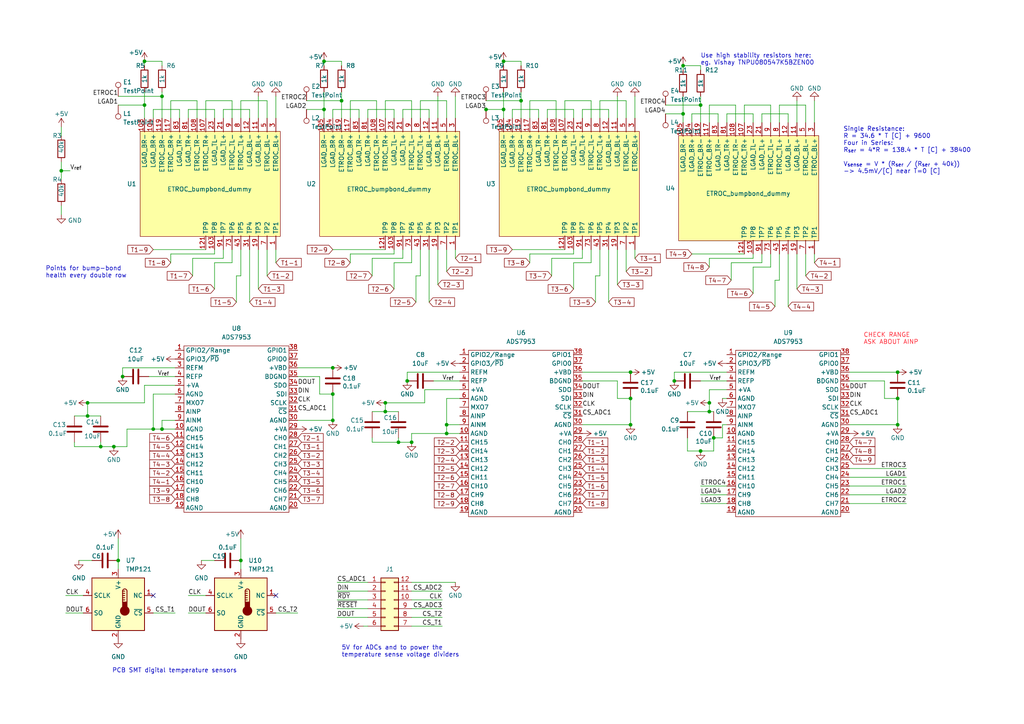
<source format=kicad_sch>
(kicad_sch (version 20250114) (generator "eeschema") (generator_version "9.0")
  (paper "A4")
  (text "Points for bump-bond \nhealth every double row" (at 13.208 80.772 0) (effects (font (size 1.27 1.27)) (justify left bottom)))
  (text "Single Resistance:\nR = 34.6 * T [C] + 9600\nFour in Series:\nR_{ser} = 4*R = 138.4 * T [C] + 38400\n\nV_{sense} = V * (R_{ser} / (R_{ser} + 40k))\n-> 4.5mV/[C] near T=0 [C]" (at 244.602 50.546 0) (effects (font (size 1.27 1.27)) (justify left bottom)))
  (text "5V for ADCs and to power the \ntemperature sense voltage dividers" (at 99.06 190.754 0) (effects (font (size 1.27 1.27)) (justify left bottom)))
  (text "CHECK RANGE\nASK ABOUT AINP\n" (at 250.444 100.076 0) (effects (font (size 1.27 1.27)) (justify left bottom)))
  (text "Use high stability resistors here:\neg. Vishay TNPU080547K5BZEN00" (at 203.2 19.05 0) (effects (font (size 1.27 1.27)) (justify left bottom)))
  (text "PCB SMT digital temperature sensors" (at 32.512 195.326 0) (effects (font (size 1.27 1.27)) (justify left bottom)))
  (junction (at 195.58 110.49))
  (junction (at 198.12 33.02))
  (junction (at 46.99 27.94))
  (junction (at 205.74 119.38))
  (junction (at 111.76 119.38))
  (junction (at 35.56 109.22))
  (junction (at 203.2 30.48))
  (junction (at 182.88 123.19))
  (junction (at 17.78 49.53))
  (junction (at 140.9747 31.75))
  (junction (at 129.54 125.73))
  (junction (at 41.91 17.78))
  (junction (at 115.57 128.27))
  (junction (at 46.99 124.46))
  (junction (at 96.52 106.68))
  (junction (at 203.2 130.81))
  (junction (at 96.52 114.3))
  (junction (at 118.11 110.49))
  (junction (at 129.54 123.19))
  (junction (at 260.35 115.57))
  (junction (at 25.4 120.65))
  (junction (at 25.4 116.84))
  (junction (at 146.05 31.75))
  (junction (at 34.29 162.56))
  (junction (at 207.01 127))
  (junction (at 119.38 128.27))
  (junction (at 93.98 17.78))
  (junction (at 146.05 17.78))
  (junction (at 41.91 30.48))
  (junction (at 260.35 107.95))
  (junction (at 93.98 31.75))
  (junction (at 96.52 121.92))
  (junction (at 44.45 124.46))
  (junction (at 69.85 162.56))
  (junction (at 182.88 107.95))
  (junction (at 151.13 29.21))
  (junction (at 33.02 129.54))
  (junction (at 205.74 116.84))
  (junction (at 29.21 129.54))
  (junction (at 99.06 29.21))
  (junction (at 260.35 123.19))
  (junction (at 198.12 19.05))
  (junction (at 111.76 116.84))
  (junction (at 182.88 115.57))
  (no_connect (at 44.45 172.72))
  (no_connect (at 80.01 172.72))
  (wire (pts (xy 111.76 119.38) (xy 115.57 119.38)))
  (wire (pts (xy 198.12 33.02) (xy 198.12 35.56)))
  (wire (pts (xy 224.79 81.28) (xy 226.06 81.28)))
  (wire (pts (xy 153.67 73.66) (xy 153.67 76.2)))
  (wire (pts (xy 64.77 31.75) (xy 72.39 31.75)))
  (wire (pts (xy 17.78 36.83) (xy 17.78 39.37)))
  (wire (pts (xy 119.38 125.73) (xy 119.38 128.27)))
  (wire (pts (xy 88.9 31.75) (xy 93.98 31.75)))
  (wire (pts (xy 256.54 115.57) (xy 260.35 115.57)))
  (wire (pts (xy 116.84 74.93) (xy 116.84 72.39)))
  (wire (pts (xy 59.69 34.29) (xy 59.69 29.21)))
  (wire (pts (xy 121.92 29.21) (xy 129.54 29.21)))
  (wire (pts (xy 223.52 77.47) (xy 223.52 73.66)))
  (wire (pts (xy 203.2 19.05) (xy 203.2 20.32)))
  (wire (pts (xy 233.68 30.48) (xy 233.68 35.56)))
  (wire (pts (xy 52.07 31.75) (xy 52.07 34.29)))
  (wire (pts (xy 74.93 83.82) (xy 74.93 72.39)))
  (wire (pts (xy 181.61 78.74) (xy 181.61 72.39)))
  (wire (pts (xy 17.78 59.69) (xy 17.78 62.23)))
  (wire (pts (xy 107.95 74.93) (xy 116.84 74.93)))
  (wire (pts (xy 133.35 123.19) (xy 129.54 123.19)))
  (wire (pts (xy 62.23 31.75) (xy 62.23 34.29)))
  (wire (pts (xy 92.71 114.3) (xy 96.52 114.3)))
  (wire (pts (xy 132.08 27.94) (xy 132.08 34.29)))
  (wire (pts (xy 218.44 74.93) (xy 218.44 73.66)))
  (wire (pts (xy 22.86 162.56) (xy 26.67 162.56)))
  (wire (pts (xy 44.45 72.39) (xy 59.69 72.39)))
  (wire (pts (xy 19.05 172.72) (xy 24.13 172.72)))
  (wire (pts (xy 49.53 29.21) (xy 57.15 29.21)))
  (wire (pts (xy 58.42 162.56) (xy 62.23 162.56)))
  (wire (pts (xy 129.54 78.74) (xy 129.54 72.39)))
  (wire (pts (xy 120.65 80.01) (xy 121.92 80.01)))
  (wire (pts (xy 119.38 128.27) (xy 115.57 128.27)))
  (wire (pts (xy 223.52 30.48) (xy 223.52 35.56)))
  (wire (pts (xy 205.74 74.93) (xy 218.44 74.93)))
  (wire (pts (xy 179.07 110.49) (xy 179.07 115.57)))
  (wire (pts (xy 93.98 17.78) (xy 93.98 19.05)))
  (wire (pts (xy 207.01 127) (xy 207.01 130.81)))
  (wire (pts (xy 57.15 29.21) (xy 57.15 34.29)))
  (wire (pts (xy 93.98 31.75) (xy 93.98 34.29)))
  (wire (pts (xy 92.71 109.22) (xy 92.71 114.3)))
  (wire (pts (xy 205.74 113.03) (xy 210.82 113.03)))
  (wire (pts (xy 128.27 176.53) (xy 119.38 176.53)))
  (wire (pts (xy 203.2 140.97) (xy 210.82 140.97)))
  (wire (pts (xy 166.37 76.2) (xy 171.45 76.2)))
  (wire (pts (xy 182.88 123.19) (xy 182.88 115.57)))
  (wire (pts (xy 226.06 81.28) (xy 226.06 73.66)))
  (wire (pts (xy 97.79 171.45) (xy 106.68 171.45)))
  (wire (pts (xy 246.38 107.95) (xy 260.35 107.95)))
  (wire (pts (xy 199.39 119.38) (xy 205.74 119.38)))
  (wire (pts (xy 226.06 35.56) (xy 226.06 30.48)))
  (wire (pts (xy 200.66 35.56) (xy 200.66 33.02)))
  (wire (pts (xy 96.52 121.92) (xy 96.52 114.3)))
  (wire (pts (xy 17.78 46.99) (xy 17.78 49.53)))
  (wire (pts (xy 168.91 31.75) (xy 176.53 31.75)))
  (wire (pts (xy 205.74 74.93) (xy 205.74 77.47)))
  (wire (pts (xy 179.07 82.55) (xy 179.07 72.39)))
  (wire (pts (xy 129.54 125.73) (xy 119.38 125.73)))
  (wire (pts (xy 151.13 17.78) (xy 151.13 19.05)))
  (wire (pts (xy 146.05 26.67) (xy 146.05 31.75)))
  (wire (pts (xy 44.45 31.75) (xy 52.07 31.75)))
  (wire (pts (xy 168.91 110.49) (xy 179.07 110.49)))
  (wire (pts (xy 256.54 110.49) (xy 256.54 115.57)))
  (wire (pts (xy 176.53 31.75) (xy 176.53 34.29)))
  (wire (pts (xy 168.91 34.29) (xy 168.91 31.75)))
  (wire (pts (xy 72.39 31.75) (xy 72.39 34.29)))
  (wire (pts (xy 140.9747 31.75) (xy 146.05 31.75)))
  (wire (pts (xy 184.15 27.94) (xy 184.15 34.29)))
  (wire (pts (xy 209.55 127) (xy 207.01 127)))
  (wire (pts (xy 123.19 116.84) (xy 111.76 116.84)))
  (wire (pts (xy 68.58 80.01) (xy 69.85 80.01)))
  (wire (pts (xy 93.98 17.78) (xy 99.06 17.78)))
  (wire (pts (xy 35.56 106.68) (xy 35.56 109.22)))
  (wire (pts (xy 59.69 29.21) (xy 67.31 29.21)))
  (wire (pts (xy 146.05 31.75) (xy 146.05 34.29)))
  (wire (pts (xy 67.31 29.21) (xy 67.31 34.29)))
  (wire (pts (xy 97.79 176.53) (xy 106.68 176.53)))
  (wire (pts (xy 54.61 34.29) (xy 54.61 31.75)))
  (wire (pts (xy 97.79 173.99) (xy 106.68 173.99)))
  (wire (pts (xy 179.07 27.94) (xy 179.07 34.29)))
  (wire (pts (xy 93.98 26.67) (xy 93.98 31.75)))
  (wire (pts (xy 231.14 83.82) (xy 231.14 73.66)))
  (wire (pts (xy 97.79 179.07) (xy 106.68 179.07)))
  (wire (pts (xy 54.61 31.75) (xy 62.23 31.75)))
  (wire (pts (xy 107.95 74.93) (xy 107.95 80.01)))
  (wire (pts (xy 208.28 33.02) (xy 208.28 35.56)))
  (wire (pts (xy 21.59 128.27) (xy 21.59 129.54)))
  (wire (pts (xy 115.57 127) (xy 115.57 128.27)))
  (wire (pts (xy 193.04 30.48) (xy 203.2 30.48)))
  (wire (pts (xy 29.21 128.27) (xy 29.21 129.54)))
  (wire (pts (xy 246.38 123.19) (xy 260.35 123.19)))
  (wire (pts (xy 262.89 140.97) (xy 246.38 140.97)))
  (wire (pts (xy 46.99 124.46) (xy 44.45 124.46)))
  (wire (pts (xy 54.61 172.72) (xy 59.69 172.72)))
  (wire (pts (xy 163.83 34.29) (xy 163.83 29.21)))
  (wire (pts (xy 153.67 29.21) (xy 161.29 29.21)))
  (wire (pts (xy 236.22 29.21) (xy 236.22 35.56)))
  (wire (pts (xy 99.06 17.78) (xy 99.06 19.05)))
  (wire (pts (xy 97.79 168.91) (xy 106.68 168.91)))
  (wire (pts (xy 123.19 113.03) (xy 123.19 116.84)))
  (wire (pts (xy 231.14 29.21) (xy 231.14 35.56)))
  (wire (pts (xy 171.45 29.21) (xy 171.45 34.29)))
  (wire (pts (xy 210.82 35.56) (xy 210.82 33.02)))
  (wire (pts (xy 62.23 76.2) (xy 67.31 76.2)))
  (wire (pts (xy 203.2 146.05) (xy 210.82 146.05)))
  (wire (pts (xy 132.08 74.93) (xy 132.08 72.39)))
  (wire (pts (xy 203.2 27.94) (xy 203.2 30.48)))
  (wire (pts (xy 209.55 115.57) (xy 210.82 115.57)))
  (wire (pts (xy 41.91 17.78) (xy 41.91 19.05)))
  (wire (pts (xy 151.13 26.67) (xy 151.13 29.21)))
  (wire (pts (xy 80.01 177.8) (xy 86.36 177.8)))
  (wire (pts (xy 129.54 123.19) (xy 129.54 125.73)))
  (wire (pts (xy 33.02 129.54) (xy 29.21 129.54)))
  (wire (pts (xy 179.07 115.57) (xy 182.88 115.57)))
  (wire (pts (xy 228.6 88.9) (xy 228.6 73.66)))
  (wire (pts (xy 156.21 31.75) (xy 156.21 34.29)))
  (wire (pts (xy 118.11 107.95) (xy 118.11 110.49)))
  (wire (pts (xy 129.54 115.57) (xy 129.54 123.19)))
  (wire (pts (xy 44.45 177.8) (xy 50.8 177.8)))
  (wire (pts (xy 181.61 29.21) (xy 181.61 34.29)))
  (wire (pts (xy 74.93 27.94) (xy 74.93 34.29)))
  (wire (pts (xy 262.89 143.51) (xy 246.38 143.51)))
  (wire (pts (xy 49.53 73.66) (xy 49.53 76.2)))
  (wire (pts (xy 205.74 30.48) (xy 213.36 30.48)))
  (wire (pts (xy 140.97 29.21) (xy 151.13 29.21)))
  (wire (pts (xy 262.89 135.89) (xy 246.38 135.89)))
  (wire (pts (xy 198.12 19.05) (xy 198.12 20.32)))
  (wire (pts (xy 128.27 171.45) (xy 119.38 171.45)))
  (wire (pts (xy 104.14 31.75) (xy 104.14 34.29)))
  (wire (pts (xy 67.31 76.2) (xy 67.31 72.39)))
  (wire (pts (xy 50.8 124.46) (xy 46.99 124.46)))
  (wire (pts (xy 173.99 29.21) (xy 181.61 29.21)))
  (wire (pts (xy 210.82 123.19) (xy 209.55 123.19)))
  (wire (pts (xy 199.39 130.81) (xy 203.2 130.81)))
  (wire (pts (xy 21.59 129.54) (xy 29.21 129.54)))
  (wire (pts (xy 124.46 31.75) (xy 124.46 34.29)))
  (wire (pts (xy 166.37 76.2) (xy 166.37 83.82)))
  (wire (pts (xy 44.45 124.46) (xy 36.83 124.46)))
  (wire (pts (xy 132.08 168.91) (xy 119.38 168.91)))
  (wire (pts (xy 127 82.55) (xy 127 72.39)))
  (wire (pts (xy 262.89 138.43) (xy 246.38 138.43)))
  (wire (pts (xy 114.3 76.2) (xy 119.38 76.2)))
  (wire (pts (xy 77.47 29.21) (xy 77.47 34.29)))
  (wire (pts (xy 121.92 80.01) (xy 121.92 72.39)))
  (wire (pts (xy 151.13 29.21) (xy 151.13 34.29)))
  (wire (pts (xy 158.75 31.75) (xy 166.37 31.75)))
  (wire (pts (xy 205.74 119.38) (xy 207.01 119.38)))
  (wire (pts (xy 233.68 80.01) (xy 233.68 73.66)))
  (wire (pts (xy 34.29 156.21) (xy 34.29 162.56)))
  (wire (pts (xy 123.19 113.03) (xy 133.35 113.03)))
  (wire (pts (xy 184.15 74.93) (xy 184.15 72.39)))
  (wire (pts (xy 163.83 29.21) (xy 171.45 29.21)))
  (wire (pts (xy 64.77 34.29) (xy 64.77 31.75)))
  (wire (pts (xy 148.59 34.29) (xy 148.59 31.75)))
  (wire (pts (xy 133.35 107.95) (xy 118.11 107.95)))
  (wire (pts (xy 166.37 31.75) (xy 166.37 34.29)))
  (wire (pts (xy 50.8 121.92) (xy 46.99 121.92)))
  (wire (pts (xy 119.38 29.21) (xy 119.38 34.29)))
  (wire (pts (xy 116.84 31.75) (xy 124.46 31.75)))
  (wire (pts (xy 111.76 34.29) (xy 111.76 29.21)))
  (wire (pts (xy 133.35 125.73) (xy 129.54 125.73)))
  (wire (pts (xy 124.46 72.39) (xy 124.46 87.63)))
  (wire (pts (xy 80.01 27.94) (xy 80.01 34.29)))
  (wire (pts (xy 236.22 76.2) (xy 236.22 73.66)))
  (wire (pts (xy 129.54 29.21) (xy 129.54 34.29)))
  (wire (pts (xy 106.68 31.75) (xy 114.3 31.75)))
  (wire (pts (xy 146.05 17.78) (xy 151.13 17.78)))
  (wire (pts (xy 199.39 127) (xy 199.39 130.81)))
  (wire (pts (xy 120.65 80.01) (xy 120.65 87.63)))
  (wire (pts (xy 220.98 33.02) (xy 228.6 33.02)))
  (wire (pts (xy 107.95 128.27) (xy 115.57 128.27)))
  (wire (pts (xy 128.27 181.61) (xy 119.38 181.61)))
  (wire (pts (xy 173.99 80.01) (xy 173.99 72.39)))
  (wire (pts (xy 205.74 116.84) (xy 205.74 113.03)))
  (wire (pts (xy 205.74 119.38) (xy 205.74 116.84)))
  (wire (pts (xy 111.76 29.21) (xy 119.38 29.21)))
  (wire (pts (xy 69.85 34.29) (xy 69.85 29.21)))
  (wire (pts (xy 72.39 72.39) (xy 72.39 87.63)))
  (wire (pts (xy 210.82 33.02) (xy 218.44 33.02)))
  (wire (pts (xy 218.44 77.47) (xy 218.44 85.09)))
  (wire (pts (xy 36.83 129.54) (xy 33.02 129.54)))
  (wire (pts (xy 127 27.94) (xy 127 34.29)))
  (wire (pts (xy 198.12 19.05) (xy 203.2 19.05)))
  (wire (pts (xy 116.84 34.29) (xy 116.84 31.75)))
  (wire (pts (xy 146.05 17.78) (xy 146.05 19.05)))
  (wire (pts (xy 62.23 76.2) (xy 62.23 83.82)))
  (wire (pts (xy 224.79 81.28) (xy 224.79 88.9)))
  (wire (pts (xy 101.6 29.21) (xy 109.22 29.21)))
  (wire (pts (xy 101.6 73.66) (xy 101.6 76.2)))
  (wire (pts (xy 166.37 73.66) (xy 166.37 72.39)))
  (wire (pts (xy 125.73 110.49) (xy 133.35 110.49)))
  (wire (pts (xy 203.2 143.51) (xy 210.82 143.51)))
  (wire (pts (xy 203.2 130.81) (xy 207.01 130.81)))
  (wire (pts (xy 34.29 30.48) (xy 41.91 30.48)))
  (wire (pts (xy 148.59 31.75) (xy 156.21 31.75)))
  (wire (pts (xy 168.91 74.93) (xy 168.91 72.39)))
  (wire (pts (xy 114.3 31.75) (xy 114.3 34.29)))
  (wire (pts (xy 212.09 76.2) (xy 220.98 76.2)))
  (wire (pts (xy 34.29 162.56) (xy 34.29 165.1)))
  (wire (pts (xy 198.12 27.94) (xy 198.12 33.02)))
  (wire (pts (xy 25.4 116.84) (xy 41.91 116.84)))
  (wire (pts (xy 193.04 33.02) (xy 198.12 33.02)))
  (wire (pts (xy 46.99 27.94) (xy 46.99 34.29)))
  (wire (pts (xy 46.99 121.92) (xy 46.99 124.46)))
  (wire (pts (xy 171.45 76.2) (xy 171.45 72.39)))
  (wire (pts (xy 203.2 110.49) (xy 210.82 110.49)))
  (wire (pts (xy 68.58 87.63) (xy 68.58 80.01)))
  (wire (pts (xy 195.58 107.95) (xy 195.58 110.49)))
  (wire (pts (xy 226.06 30.48) (xy 233.68 30.48)))
  (wire (pts (xy 161.29 29.21) (xy 161.29 34.29)))
  (wire (pts (xy 153.67 73.66) (xy 166.37 73.66)))
  (wire (pts (xy 176.53 87.63) (xy 176.53 72.39)))
  (wire (pts (xy 153.67 34.29) (xy 153.67 29.21)))
  (wire (pts (xy 55.88 74.93) (xy 64.77 74.93)))
  (wire (pts (xy 41.91 30.48) (xy 41.91 34.29)))
  (wire (pts (xy 114.3 73.66) (xy 114.3 72.39)))
  (wire (pts (xy 101.6 73.66) (xy 114.3 73.66)))
  (wire (pts (xy 220.98 35.56) (xy 220.98 33.02)))
  (wire (pts (xy 96.52 31.75) (xy 104.14 31.75)))
  (wire (pts (xy 200.66 33.02) (xy 208.28 33.02)))
  (wire (pts (xy 25.4 116.84) (xy 25.4 120.65)))
  (wire (pts (xy 107.95 127) (xy 107.95 128.27)))
  (wire (pts (xy 215.9 30.48) (xy 223.52 30.48)))
  (wire (pts (xy 210.82 107.95) (xy 195.58 107.95)))
  (wire (pts (xy 55.88 74.93) (xy 55.88 80.01)))
  (wire (pts (xy 96.52 72.39) (xy 111.76 72.39)))
  (wire (pts (xy 41.91 116.84) (xy 41.91 111.76)))
  (wire (pts (xy 213.36 30.48) (xy 213.36 35.56)))
  (wire (pts (xy 205.74 35.56) (xy 205.74 30.48)))
  (wire (pts (xy 140.97 31.75) (xy 140.9747 31.75)))
  (wire (pts (xy 34.29 27.94) (xy 46.99 27.94)))
  (wire (pts (xy 96.52 34.29) (xy 96.52 31.75)))
  (wire (pts (xy 44.45 114.3) (xy 44.45 124.46)))
  (wire (pts (xy 168.91 107.95) (xy 182.88 107.95)))
  (wire (pts (xy 107.95 119.38) (xy 111.76 119.38)))
  (wire (pts (xy 228.6 33.02) (xy 228.6 35.56)))
  (wire (pts (xy 99.06 26.67) (xy 99.06 29.21)))
  (wire (pts (xy 86.36 106.68) (xy 96.52 106.68)))
  (wire (pts (xy 215.9 35.56) (xy 215.9 30.48)))
  (wire (pts (xy 121.92 34.29) (xy 121.92 29.21)))
  (wire (pts (xy 25.4 120.65) (xy 29.21 120.65)))
  (wire (pts (xy 158.75 34.29) (xy 158.75 31.75)))
  (wire (pts (xy 17.78 49.53) (xy 20.32 49.53)))
  (wire (pts (xy 43.18 109.22) (xy 50.8 109.22)))
  (wire (pts (xy 19.05 177.8) (xy 24.13 177.8)))
  (wire (pts (xy 41.91 26.67) (xy 41.91 30.48)))
  (wire (pts (xy 119.38 76.2) (xy 119.38 72.39)))
  (wire (pts (xy 44.45 34.29) (xy 44.45 31.75)))
  (wire (pts (xy 260.35 123.19) (xy 260.35 115.57)))
  (wire (pts (xy 50.8 114.3) (xy 44.45 114.3)))
  (wire (pts (xy 220.98 76.2) (xy 220.98 73.66)))
  (wire (pts (xy 105.41 181.61) (xy 106.68 181.61)))
  (wire (pts (xy 86.36 121.92) (xy 96.52 121.92)))
  (wire (pts (xy 128.27 173.99) (xy 119.38 173.99)))
  (wire (pts (xy 46.99 17.78) (xy 46.99 19.05)))
  (wire (pts (xy 212.09 76.2) (xy 212.09 81.28)))
  (wire (pts (xy 49.53 34.29) (xy 49.53 29.21)))
  (wire (pts (xy 86.36 109.22) (xy 92.71 109.22)))
  (wire (pts (xy 46.99 26.67) (xy 46.99 27.94)))
  (wire (pts (xy 218.44 33.02) (xy 218.44 35.56)))
  (wire (pts (xy 218.44 77.47) (xy 223.52 77.47)))
  (wire (pts (xy 114.3 76.2) (xy 114.3 83.82)))
  (wire (pts (xy 168.91 123.19) (xy 182.88 123.19)))
  (wire (pts (xy 77.47 80.01) (xy 77.47 72.39)))
  (wire (pts (xy 101.6 34.29) (xy 101.6 29.21)))
  (wire (pts (xy 88.9 29.21) (xy 99.06 29.21)))
  (wire (pts (xy 21.59 120.65) (xy 25.4 120.65)))
  (wire (pts (xy 50.8 106.68) (xy 35.56 106.68)))
  (wire (pts (xy 106.68 34.29) (xy 106.68 31.75)))
  (wire (pts (xy 80.01 76.2) (xy 80.01 72.39)))
  (wire (pts (xy 128.27 179.07) (xy 119.38 179.07)))
  (wire (pts (xy 160.02 74.93) (xy 168.91 74.93)))
  (wire (pts (xy 69.85 162.56) (xy 69.85 165.1)))
  (wire (pts (xy 209.55 123.19) (xy 209.55 127)))
  (wire (pts (xy 203.2 30.48) (xy 203.2 35.56)))
  (wire (pts (xy 69.85 29.21) (xy 77.47 29.21)))
  (wire (pts (xy 109.22 29.21) (xy 109.22 34.29)))
  (wire (pts (xy 17.78 49.53) (xy 17.78 52.07)))
  (wire (pts (xy 54.61 177.8) (xy 59.69 177.8)))
  (wire (pts (xy 160.02 74.93) (xy 160.02 80.01)))
  (wire (pts (xy 148.59 72.39) (xy 163.83 72.39)))
  (wire (pts (xy 49.53 73.66) (xy 62.23 73.66)))
  (wire (pts (xy 99.06 29.21) (xy 99.06 34.29)))
  (wire (pts (xy 173.99 34.29) (xy 173.99 29.21)))
  (wire (pts (xy 41.91 17.78) (xy 46.99 17.78)))
  (wire (pts (xy 200.66 73.66) (xy 215.9 73.66)))
  (wire (pts (xy 246.38 110.49) (xy 256.54 110.49)))
  (wire (pts (xy 262.89 146.05) (xy 246.38 146.05)))
  (wire (pts (xy 172.72 80.01) (xy 172.72 87.63)))
  (wire (pts (xy 133.35 115.57) (xy 129.54 115.57)))
  (wire (pts (xy 41.91 111.76) (xy 50.8 111.76)))
  (wire (pts (xy 69.85 156.21) (xy 69.85 162.56)))
  (wire (pts (xy 62.23 73.66) (xy 62.23 72.39)))
  (wire (pts (xy 69.85 80.01) (xy 69.85 72.39)))
  (wire (pts (xy 172.72 80.01) (xy 173.99 80.01)))
  (wire (pts (xy 64.77 74.93) (xy 64.77 72.39)))
  (wire (pts (xy 111.76 116.84) (xy 111.76 119.38)))
  (wire (pts (xy 36.83 124.46) (xy 36.83 129.54)))
  (label "LGAD2" (at 88.9 31.75 180))
  (label "CS_ADC1" (at 86.36 119.38 0))
  (label "ETROC4" (at 193.04 30.48 180))
  (label "CLK" (at 86.36 116.84 0))
  (label "LGAD1" (at 34.29 30.48 180))
  (label "V_{ref}" (at 128.27 110.49 0))
  (label "ETROC3" (at 140.97 29.21 180))
  (label "LGAD4" (at 193.04 33.02 180))
  (label "~{RDY}" (at 97.79 173.99 0))
  (label "CS_ADC1" (at 97.79 168.91 0))
  (label "ETROC2" (at 88.9 29.21 180))
  (label "DOUT" (at 54.61 177.8 0))
  (label "DOUT" (at 246.38 113.03 0))
  (label "ETROC2" (at 262.89 146.05 180))
  (label "DOUT" (at 19.05 177.8 0))
  (label "DIN" (at 246.38 115.57 0))
  (label "DOUT" (at 97.79 179.07 0))
  (label "DIN" (at 97.79 171.45 0))
  (label "LGAD3" (at 140.97 31.75 180))
  (label "LGAD1" (at 262.89 138.43 180))
  (label "DOUT" (at 168.91 113.03 0))
  (label "CS_ADC3" (at 128.27 176.53 180))
  (label "DOUT" (at 431.8 -13.97 0))
  (label "CLK" (at 168.91 118.11 0))
  (label "CS_T1" (at 50.8 177.8 180))
  (label "DIN" (at 86.36 114.3 0))
  (label "CS_T2" (at 128.27 179.07 180))
  (label "DIN" (at 168.91 115.57 0))
  (label "CS_ADC1" (at 168.91 120.65 0))
  (label "CS_ADC1" (at 246.38 120.65 0))
  (label "CS_ADC2" (at 128.27 171.45 180))
  (label "LGAD4" (at 203.2 143.51 0))
  (label "CLK" (at 54.61 172.72 0))
  (label "LGAD2" (at 262.89 143.51 180))
  (label "ETROC1" (at 34.29 27.94 180))
  (label "LGAD3" (at 203.2 146.05 0))
  (label "DOUT" (at 86.36 111.76 0))
  (label "V_{ref}" (at 20.32 49.53 0))
  (label "V_{ref}" (at 45.72 109.22 0))
  (label "~{RESET}" (at 97.79 176.53 0))
  (label "ETROC1" (at 262.89 140.97 180))
  (label "CLK" (at 246.38 118.11 0))
  (label "CLK" (at 19.05 172.72 0))
  (label "CS_T2" (at 86.36 177.8 180))
  (label "ETROC3" (at 262.89 135.89 180))
  (label "ETROC4" (at 203.2 140.97 0))
  (label "V_{ref}" (at 205.74 110.49 0))
  (label "CS_T1" (at 128.27 181.61 180))
  (label "CLK" (at 128.27 173.99 180))
  (global_label "T3-8" (shape input) (at 50.8 144.78 180) (property "Intersheetrefs" "${INTERSHEET_REFS}" (effects (hide yes))))
  (global_label "T1-7" (shape input) (at 55.88 80.01 180) (property "Intersheetrefs" "${INTERSHEET_REFS}" (effects (hide yes))))
  (global_label "T4-7" (shape input) (at 212.09 81.28 180) (property "Intersheetrefs" "${INTERSHEET_REFS}" (effects (hide yes))))
  (global_label "T1-3" (shape input) (at 74.93 83.82 0) (property "Intersheetrefs" "${INTERSHEET_REFS}" (effects (hide yes))))
  (global_label "T2-8" (shape input) (at 133.35 143.51 180) (property "Intersheetrefs" "${INTERSHEET_REFS}" (effects (hide yes))))
  (global_label "T2-9" (shape input) (at 96.52 72.39 180) (property "Intersheetrefs" "${INTERSHEET_REFS}" (effects (hide yes))))
  (global_label "T3-6" (shape input) (at 86.36 142.24 0) (property "Intersheetrefs" "${INTERSHEET_REFS}" (effects (hide yes))))
  (global_label "T4-9" (shape input) (at 246.38 133.35 0) (property "Intersheetrefs" "${INTERSHEET_REFS}" (effects (hide yes))))
  (global_label "T3-9" (shape input) (at 148.59 72.39 180) (property "Intersheetrefs" "${INTERSHEET_REFS}" (effects (hide yes))))
  (global_label "T3-1" (shape input) (at 86.36 129.54 0) (property "Intersheetrefs" "${INTERSHEET_REFS}" (effects (hide yes))))
  (global_label "T2-4" (shape input) (at 133.35 133.35 180) (property "Intersheetrefs" "${INTERSHEET_REFS}" (effects (hide yes))))
  (global_label "T2-9" (shape input) (at 133.35 146.05 180) (property "Intersheetrefs" "${INTERSHEET_REFS}" (effects (hide yes))))
  (global_label "T3-1" (shape input) (at 184.15 74.93 0) (property "Intersheetrefs" "${INTERSHEET_REFS}" (effects (hide yes))))
  (global_label "T4-7" (shape input) (at 246.38 128.27 0) (property "Intersheetrefs" "${INTERSHEET_REFS}" (effects (hide yes))))
  (global_label "T3-9" (shape input) (at 50.8 142.24 180) (property "Intersheetrefs" "${INTERSHEET_REFS}" (effects (hide yes))))
  (global_label "T3-2" (shape input) (at 181.61 78.74 0) (property "Intersheetrefs" "${INTERSHEET_REFS}" (effects (hide yes))))
  (global_label "T1-2" (shape input) (at 77.47 80.01 0) (property "Intersheetrefs" "${INTERSHEET_REFS}" (effects (hide yes))))
  (global_label "T4-9" (shape input) (at 200.66 73.66 180) (property "Intersheetrefs" "${INTERSHEET_REFS}" (effects (hide yes))))
  (global_label "T2-7" (shape input) (at 107.95 80.01 180) (property "Intersheetrefs" "${INTERSHEET_REFS}" (effects (hide yes))))
  (global_label "T1-9" (shape input) (at 44.45 72.39 180) (property "Intersheetrefs" "${INTERSHEET_REFS}" (effects (hide yes))))
  (global_label "T2-3" (shape input) (at 133.35 130.81 180) (property "Intersheetrefs" "${INTERSHEET_REFS}" (effects (hide yes))))
  (global_label "T2-6" (shape input) (at 133.35 138.43 180) (property "Intersheetrefs" "${INTERSHEET_REFS}" (effects (hide yes))))
  (global_label "T3-3" (shape input) (at 179.07 82.55 0) (property "Intersheetrefs" "${INTERSHEET_REFS}" (effects (hide yes))))
  (global_label "T1-5" (shape input) (at 168.91 138.43 0) (property "Intersheetrefs" "${INTERSHEET_REFS}" (effects (hide yes))))
  (global_label "T4-3" (shape input) (at 50.8 134.62 180) (property "Intersheetrefs" "${INTERSHEET_REFS}" (effects (hide yes))))
  (global_label "T3-5" (shape input) (at 172.72 87.63 180) (property "Intersheetrefs" "${INTERSHEET_REFS}" (effects (hide yes))))
  (global_label "T2-6" (shape input) (at 114.3 83.82 180) (property "Intersheetrefs" "${INTERSHEET_REFS}" (effects (hide yes))))
  (global_label "T4-8" (shape input) (at 246.38 130.81 0) (property "Intersheetrefs" "${INTERSHEET_REFS}" (effects (hide yes))))
  (global_label "T3-7" (shape input) (at 160.02 80.01 180) (property "Intersheetrefs" "${INTERSHEET_REFS}" (effects (hide yes))))
  (global_label "T2-3" (shape input) (at 127 82.55 0) (property "Intersheetrefs" "${INTERSHEET_REFS}" (effects (hide yes))))
  (global_label "T3-5" (shape input) (at 86.36 139.7 0) (property "Intersheetrefs" "${INTERSHEET_REFS}" (effects (hide yes))))
  (global_label "T4-6" (shape input) (at 218.44 85.09 180) (property "Intersheetrefs" "${INTERSHEET_REFS}" (effects (hide yes))))
  (global_label "T2-2" (shape input) (at 133.35 128.27 180) (property "Intersheetrefs" "${INTERSHEET_REFS}" (effects (hide yes))))
  (global_label "T4-5" (shape input) (at 50.8 129.54 180) (property "Intersheetrefs" "${INTERSHEET_REFS}" (effects (hide yes))))
  (global_label "T3-6" (shape input) (at 166.37 83.82 180) (property "Intersheetrefs" "${INTERSHEET_REFS}" (effects (hide yes))))
  (global_label "T4-2" (shape input) (at 233.68 80.01 0) (property "Intersheetrefs" "${INTERSHEET_REFS}" (effects (hide yes))))
  (global_label "T1-3" (shape input) (at 168.91 133.35 0) (property "Intersheetrefs" "${INTERSHEET_REFS}" (effects (hide yes))))
  (global_label "T4-2" (shape input) (at 50.8 137.16 180) (property "Intersheetrefs" "${INTERSHEET_REFS}" (effects (hide yes))))
  (global_label "T4-6" (shape input) (at 50.8 127 180) (property "Intersheetrefs" "${INTERSHEET_REFS}" (effects (hide yes))))
  (global_label "T4-1" (shape input) (at 50.8 139.7 180) (property "Intersheetrefs" "${INTERSHEET_REFS}" (effects (hide yes))))
  (global_label "T1-6" (shape input) (at 168.91 140.97 0) (property "Intersheetrefs" "${INTERSHEET_REFS}" (effects (hide yes))))
  (global_label "T1-8" (shape input) (at 49.53 76.2 180) (property "Intersheetrefs" "${INTERSHEET_REFS}" (effects (hide yes))))
  (global_label "T1-2" (shape input) (at 168.91 130.81 0) (property "Intersheetrefs" "${INTERSHEET_REFS}" (effects (hide yes))))
  (global_label "T1-4" (shape input) (at 168.91 135.89 0) (property "Intersheetrefs" "${INTERSHEET_REFS}" (effects (hide yes))))
  (global_label "T3-2" (shape input) (at 86.36 132.08 0) (property "Intersheetrefs" "${INTERSHEET_REFS}" (effects (hide yes))))
  (global_label "T4-4" (shape input) (at 228.6 88.9 0) (property "Intersheetrefs" "${INTERSHEET_REFS}" (effects (hide yes))))
  (global_label "T4-3" (shape input) (at 231.14 83.82 0) (property "Intersheetrefs" "${INTERSHEET_REFS}" (effects (hide yes))))
  (global_label "T4-8" (shape input) (at 205.74 77.47 180) (property "Intersheetrefs" "${INTERSHEET_REFS}" (effects (hide yes))))
  (global_label "T2-1" (shape input) (at 86.36 127 0) (property "Intersheetrefs" "${INTERSHEET_REFS}" (effects (hide yes))))
  (global_label "T2-5" (shape input) (at 120.65 87.63 180) (property "Intersheetrefs" "${INTERSHEET_REFS}" (effects (hide yes))))
  (global_label "T2-8" (shape input) (at 101.6 76.2 180) (property "Intersheetrefs" "${INTERSHEET_REFS}" (effects (hide yes))))
  (global_label "T2-1" (shape input) (at 132.08 74.93 0) (property "Intersheetrefs" "${INTERSHEET_REFS}" (effects (hide yes))))
  (global_label "T1-1" (shape input) (at 80.01 76.2 0) (property "Intersheetrefs" "${INTERSHEET_REFS}" (effects (hide yes))))
  (global_label "T1-1" (shape input) (at 168.91 128.27 0) (property "Intersheetrefs" "${INTERSHEET_REFS}" (effects (hide yes))))
  (global_label "T3-7" (shape input) (at 86.36 144.78 0) (property "Intersheetrefs" "${INTERSHEET_REFS}" (effects (hide yes))))
  (global_label "T3-4" (shape input) (at 86.36 137.16 0) (property "Intersheetrefs" "${INTERSHEET_REFS}" (effects (hide yes))))
  (global_label "T3-4" (shape input) (at 176.53 87.63 0) (property "Intersheetrefs" "${INTERSHEET_REFS}" (effects (hide yes))))
  (global_label "T2-2" (shape input) (at 129.54 78.74 0) (property "Intersheetrefs" "${INTERSHEET_REFS}" (effects (hide yes))))
  (global_label "T3-3" (shape input) (at 86.36 134.62 0) (property "Intersheetrefs" "${INTERSHEET_REFS}" (effects (hide yes))))
  (global_label "T4-1" (shape input) (at 236.22 76.2 0) (property "Intersheetrefs" "${INTERSHEET_REFS}" (effects (hide yes))))
  (global_label "T3-8" (shape input) (at 153.67 76.2 180) (property "Intersheetrefs" "${INTERSHEET_REFS}" (effects (hide yes))))
  (global_label "T2-4" (shape input) (at 124.46 87.63 0) (property "Intersheetrefs" "${INTERSHEET_REFS}" (effects (hide yes))))
  (global_label "T1-8" (shape input) (at 168.91 146.05 0) (property "Intersheetrefs" "${INTERSHEET_REFS}" (effects (hide yes))))
  (global_label "T1-7" (shape input) (at 168.91 143.51 0) (property "Intersheetrefs" "${INTERSHEET_REFS}" (effects (hide yes))))
  (global_label "T4-5" (shape input) (at 224.79 88.9 180) (property "Intersheetrefs" "${INTERSHEET_REFS}" (effects (hide yes))))
  (global_label "T1-4" (shape input) (at 72.39 87.63 0) (property "Intersheetrefs" "${INTERSHEET_REFS}" (effects (hide yes))))
  (global_label "T2-7" (shape input) (at 133.35 140.97 180) (property "Intersheetrefs" "${INTERSHEET_REFS}" (effects (hide yes))))
  (global_label "T4-4" (shape input) (at 50.8 132.08 180) (property "Intersheetrefs" "${INTERSHEET_REFS}" (effects (hide yes))))
  (global_label "T1-6" (shape input) (at 62.23 83.82 180) (property "Intersheetrefs" "${INTERSHEET_REFS}" (effects (hide yes))))
  (global_label "T1-5" (shape input) (at 68.58 87.63 180) (property "Intersheetrefs" "${INTERSHEET_REFS}" (effects (hide yes))))
  (global_label "T2-5" (shape input) (at 133.35 135.89 180) (property "Intersheetrefs" "${INTERSHEET_REFS}" (effects (hide yes))))
  (symbol (lib_id "Device:C") (at 39.37 109.22 90) (unit 1)
    (property "Reference" "C12" (at 39.37 101.6 90))
    (property "Value" "10uF" (at 39.37 104.14 90))
    (property "Footprint" "Capacitor_SMD:C_0805_2012Metric_Pad1.18x1.45mm_HandSolder" (effects (hide yes)))
  )
  (symbol (lib_id "power:GND") (at 69.85 185.42 0) (unit 1)
    (property "Reference" "#PWR011" (effects (hide yes)))
    (property "Value" "GND" (at 69.85 190.5 0))
  )
  (symbol (lib_id "power:+5V") (at 86.36 124.46 270) (unit 1)
    (property "Reference" "#PWR036" (effects (hide yes)))
    (property "Value" "+5V" (at 91.44 124.46 90))
  )
  (symbol (lib_id "Device:C") (at 121.92 110.49 90) (unit 1)
    (property "Reference" "C8" (at 121.92 102.87 90))
    (property "Value" "10uF" (at 121.92 105.41 90))
    (property "Footprint" "Capacitor_SMD:C_0805_2012Metric_Pad1.18x1.45mm_HandSolder" (effects (hide yes)))
  )
  (symbol (lib_id "power:GND") (at 96.52 121.92 0) (unit 1)
    (property "Reference" "#PWR038" (effects (hide yes)))
    (property "Value" "GND" (at 96.52 125.73 0))
  )
  (symbol (lib_id "Device:R") (at 146.05 22.86 0) (unit 1)
    (property "Reference" "R9" (at 143.51 19.05 0) (effects (justify left)))
    (property "Value" "1k" (at 146.05 24.13 90) (effects (justify left)))
    (property "Footprint" "Resistor_SMD:R_0805_2012Metric_Pad1.20x1.40mm_HandSolder" (effects (hide yes)))
    (property "Datasheet" "https://www.digikey.com/en/products/detail/vishay-dale/TNPU08051K00AWEN00/11618132" (effects (hide yes)))
  )
  (symbol (lib_id "Analog_ADC:ADS7953") (at 228.6 125.73 0) (unit 1)
    (property "Reference" "U9" (at 228.6 96.52 0))
    (property "Value" "ADS7953" (at 228.6 99.06 0))
    (property "Footprint" "Package_SO:TSSOP-38_4.4x9.7mm_P0.5mm" (effects (hide yes)))
  )
  (symbol (lib_id "Device:C") (at 21.59 124.46 0) (unit 1)
    (property "Reference" "C13" (at 15.24 123.19 0) (effects (justify left)))
    (property "Value" "0.1uF" (at 13.97 125.73 0) (effects (justify left)))
    (property "Footprint" "Capacitor_SMD:C_0805_2012Metric_Pad1.18x1.45mm_HandSolder" (effects (hide yes)))
  )
  (symbol (lib_id "power:GND") (at 22.86 162.56 0) (unit 1)
    (property "Reference" "#PWR04" (effects (hide yes)))
    (property "Value" "GND" (at 22.86 167.64 0))
  )
  (symbol (lib_id "power:+5V") (at 34.29 156.21 0) (unit 1)
    (property "Reference" "#PWR07" (effects (hide yes)))
    (property "Value" "+5V" (at 31.75 154.94 0))
  )
  (symbol (lib_id "Sensor_Temperature:TMP121") (at 69.85 176.53 0) (unit 1)
    (property "Reference" "U10" (at 72.0441 162.56 0) (effects (justify left)))
    (property "Value" "TMP121" (at 72.0441 165.1 0) (effects (justify left)))
    (property "Footprint" "Package_TO_SOT_SMD:SOT-23-6" (effects (hide yes)))
    (property "Datasheet" "https://www.ti.com/lit/ds/symlink/tmp121.pdf?ts=1710966626381&ref_url=https%253A%252F%252Fwww.ti.com%252Fproduct%252FTMP121" (effects (hide yes)))
  )
  (symbol (lib_id "power:GND") (at 260.35 123.19 0) (unit 1)
    (property "Reference" "#PWR024" (effects (hide yes)))
    (property "Value" "GND" (at 260.35 127 0))
  )
  (symbol (lib_id "Connector:TestPoint") (at 88.9 29.21 0) (unit 1)
    (property "Reference" "E2" (at 90.297 25.0733 0) (effects (justify left)))
    (property "Value" "TestPoint" (at 90.297 27.6102 0) (effects (justify left)))
    (property "Footprint" "TestPoint:TestPoint_Pad_1.0x1.0mm" (effects (hide yes)))
  )
  (symbol (lib_id "power:GND") (at 58.42 162.56 0) (unit 1)
    (property "Reference" "#PWR05" (effects (hide yes)))
    (property "Value" "GND" (at 58.42 167.64 0))
  )
  (symbol (lib_id "power:+5V") (at 93.98 17.78 0) (unit 1)
    (property "Reference" "#PWR0111" (effects (hide yes)))
    (property "Value" "+5V" (at 91.44 16.51 0))
  )
  (symbol (lib_id "power:+5V") (at 96.52 106.68 270) (unit 1)
    (property "Reference" "#PWR037" (effects (hide yes)))
    (property "Value" "+5V" (at 101.6 106.68 90))
  )
  (symbol (lib_id "power:GND") (at 182.88 123.19 0) (unit 1)
    (property "Reference" "#PWR035" (effects (hide yes)))
    (property "Value" "GND" (at 182.88 127 0))
  )
  (symbol (lib_id "power:+5V") (at 210.82 105.41 90) (unit 1)
    (property "Reference" "#PWR018" (effects (hide yes)))
    (property "Value" "+5V" (at 205.74 105.41 90))
  )
  (symbol (lib_id "power:GND") (at 118.11 110.49 0) (unit 1)
    (property "Reference" "#PWR025" (effects (hide yes)))
    (property "Value" "GND" (at 118.11 114.3 0))
  )
  (symbol (lib_id "Connector:TestPoint") (at 193.04 30.48 0) (unit 1)
    (property "Reference" "E4" (at 194.437 26.3433 0) (effects (justify left)))
    (property "Value" "TestPoint" (at 194.437 28.8802 0) (effects (justify left)))
    (property "Footprint" "TestPoint:TestPoint_Pad_1.0x1.0mm" (effects (hide yes)))
  )
  (symbol (lib_id "power:+5V") (at 205.74 116.84 90) (unit 1)
    (property "Reference" "#PWR019" (effects (hide yes)))
    (property "Value" "+5V" (at 200.66 116.84 90))
  )
  (symbol (lib_id "power:+5V") (at 260.35 107.95 270) (unit 1)
    (property "Reference" "#PWR021" (effects (hide yes)))
    (property "Value" "+5V" (at 265.43 107.95 90))
  )
  (symbol (lib_id "Device:C") (at 207.01 123.19 0) (unit 1)
    (property "Reference" "C10" (at 202.692 125.73 0) (effects (justify left)))
    (property "Value" "10uF" (at 201.676 128.016 0) (effects (justify left)))
    (property "Footprint" "Capacitor_SMD:C_0805_2012Metric_Pad1.18x1.45mm_HandSolder" (effects (hide yes)))
  )
  (symbol (lib_id "Connector_Generic:Conn_02x06_Counter_Clockwise") (at 111.76 173.99 0) (unit 1)
    (property "Reference" "J1" (at 113.03 165.1 0))
    (property "Value" "Conn_02x06_Counter_Clockwise" (effects (hide yes)))
    (property "Footprint" "Connector_PinHeader_2.54mm:PinHeader_2x06_P2.54mm_Vertical_SMD" (effects (hide yes)))
  )
  (symbol (lib_id "power:GND") (at 195.58 110.49 0) (unit 1)
    (property "Reference" "#PWR017" (effects (hide yes)))
    (property "Value" "GND" (at 195.58 114.3 0))
  )
  (symbol (lib_id "Connector:TestPoint") (at 140.97 29.21 0) (unit 1)
    (property "Reference" "E3" (at 142.367 25.0733 0) (effects (justify left)))
    (property "Value" "TestPoint" (at 142.367 27.6102 0) (effects (justify left)))
    (property "Footprint" "TestPoint:TestPoint_Pad_1.0x1.0mm" (effects (hide yes)))
  )
  (symbol (lib_id "Connector:TestPoint") (at 88.9 31.75 180) (unit 1)
    (property "Reference" "L2" (at 90.297 34.2173 0) (effects (justify right)))
    (property "Value" "TestPoint" (at 90.297 36.7542 0) (effects (justify right)))
    (property "Footprint" "TestPoint:TestPoint_Pad_1.0x1.0mm" (effects (hide yes)))
  )
  (symbol (lib_id "power:GND") (at 132.08 168.91 0) (unit 1)
    (property "Reference" "#PWR016" (effects (hide yes)))
    (property "Value" "GND" (at 132.08 172.72 0))
  )
  (symbol (lib_id "Connector:TestPoint") (at 193.04 33.02 180) (unit 1)
    (property "Reference" "L4" (at 194.437 35.4873 0) (effects (justify right)))
    (property "Value" "TestPoint" (at 194.437 38.0242 0) (effects (justify right)))
    (property "Footprint" "TestPoint:TestPoint_Pad_1.0x1.0mm" (effects (hide yes)))
  )
  (symbol (lib_id "power:GND") (at 236.22 29.21 180) (unit 1)
    (property "Reference" "#PWR0125" (effects (hide yes)))
    (property "Value" "GND" (at 236.22 25.6342 0))
  )
  (symbol (lib_id "Connector:TestPoint") (at 34.29 30.48 180) (unit 1)
    (property "Reference" "L1" (at 35.687 32.9473 0) (effects (justify right)))
    (property "Value" "TestPoint" (at 35.687 35.4842 0) (effects (justify right)))
    (property "Footprint" "TestPoint:TestPoint_Pad_1.0x1.0mm" (effects (hide yes)))
  )
  (symbol (lib_id "Device:C") (at 260.35 111.76 0) (unit 1)
    (property "Reference" "C11" (at 263.144 110.998 0) (effects (justify left)))
    (property "Value" "0.1uF" (at 263.144 113.284 0) (effects (justify left)))
    (property "Footprint" "Capacitor_SMD:C_0805_2012Metric_Pad1.18x1.45mm_HandSolder" (effects (hide yes)))
  )
  (symbol (lib_id "power:GND") (at 203.2 130.81 0) (unit 1)
    (property "Reference" "#PWR022" (effects (hide yes)))
    (property "Value" "GND" (at 203.2 134.62 0))
  )
  (symbol (lib_id "Connector:TestPoint") (at 140.9747 31.75 180) (unit 1)
    (property "Reference" "L3" (at 142.3717 34.2173 0) (effects (justify right)))
    (property "Value" "TestPoint" (at 142.3717 36.7542 0) (effects (justify right)))
    (property "Footprint" "TestPoint:TestPoint_Pad_1.0x1.0mm" (effects (hide yes)))
  )
  (symbol (lib_id "Device:R") (at 93.98 22.86 0) (unit 1)
    (property "Reference" "R7" (at 91.44 19.05 0) (effects (justify left)))
    (property "Value" "1k" (at 93.98 24.13 90) (effects (justify left)))
    (property "Footprint" "Resistor_SMD:R_0805_2012Metric_Pad1.20x1.40mm_HandSolder" (effects (hide yes)))
    (property "Datasheet" "https://www.digikey.com/en/products/detail/vishay-dale/TNPU08051K00AWEN00/11618132" (effects (hide yes)))
  )
  (symbol (lib_id "power:+5V") (at 246.38 125.73 270) (unit 1)
    (property "Reference" "#PWR020" (effects (hide yes)))
    (property "Value" "+5V" (at 251.46 125.73 90))
  )
  (symbol (lib_name "ETROC_bumpbond_dummy_2") (lib_id "ETL-sym:ETROC_bumpbond_dummy") (at 165.1 53.34 270) (unit 1)
    (property "Reference" "U3" (at 140.97 53.34 90) (effects (justify left)))
    (property "Value" "ETROC_bumpbond_dummy" (at 152.654 54.864 90) (effects (justify left)))
    (property "Footprint" "ETL:ETROC2_bumpbonds" (effects (hide yes)))
  )
  (symbol (lib_id "power:GND") (at 209.55 115.57 0) (unit 1)
    (property "Reference" "#PWR023" (effects (hide yes)))
    (property "Value" "GND" (at 209.55 119.38 0))
  )
  (symbol (lib_id "power:+5V") (at 50.8 104.14 90) (unit 1)
    (property "Reference" "#PWR028" (effects (hide yes)))
    (property "Value" "+5V" (at 45.72 104.14 90))
  )
  (symbol (lib_id "power:+5V") (at 105.41 181.61 90) (unit 1)
    (property "Reference" "#PWR015" (effects (hide yes)))
    (property "Value" "+5V" (at 100.33 181.61 90))
  )
  (symbol (lib_name "ETROC_bumpbond_dummy_3") (lib_id "ETL-sym:ETROC_bumpbond_dummy") (at 217.17 54.61 270) (unit 1)
    (property "Reference" "U4" (at 193.04 54.61 90) (effects (justify left)))
    (property "Value" "ETROC_bumpbond_dummy" (at 204.724 56.134 90) (effects (justify left)))
    (property "Footprint" "ETL:ETROC2_bumpbonds" (effects (hide yes)))
  )
  (symbol (lib_id "Device:C") (at 30.48 162.56 90) (unit 1)
    (property "Reference" "C6" (at 27.94 161.29 90))
    (property "Value" "0.1uF" (at 30.48 158.75 90))
    (property "Footprint" "Capacitor_SMD:C_0805_2012Metric_Pad1.18x1.45mm_HandSolder" (effects (hide yes)))
  )
  (symbol (lib_id "Device:R") (at 99.06 22.86 0) (unit 1)
    (property "Reference" "R8" (at 100.33 19.05 0) (effects (justify left)))
    (property "Value" "1k" (at 99.06 24.13 90) (effects (justify left)))
    (property "Footprint" "Resistor_SMD:R_0805_2012Metric_Pad1.20x1.40mm_HandSolder" (effects (hide yes)))
    (property "Datasheet" "https://www.digikey.com/en/products/detail/vishay-dale/TNPU08051K00AWEN00/11618132" (effects (hide yes)))
  )
  (symbol (lib_id "power:GND") (at 127 27.94 180) (unit 1)
    (property "Reference" "#PWR0105" (effects (hide yes)))
    (property "Value" "GND" (at 127 24.3642 0))
  )
  (symbol (lib_name "ETROC_bumpbond_dummy_1") (lib_id "ETL-sym:ETROC_bumpbond_dummy") (at 113.03 53.34 270) (unit 1)
    (property "Reference" "U2" (at 88.9 53.34 90) (effects (justify left)))
    (property "Value" "ETROC_bumpbond_dummy" (at 100.584 54.864 90) (effects (justify left)))
    (property "Footprint" "ETL:ETROC2_bumpbonds" (effects (hide yes)))
  )
  (symbol (lib_id "Device:R") (at 17.78 43.18 0) (unit 1)
    (property "Reference" "R3" (at 15.24 39.37 0) (effects (justify left)))
    (property "Value" "40k" (at 17.78 44.45 90) (effects (justify left)))
    (property "Footprint" "Resistor_SMD:R_0805_2012Metric_Pad1.20x1.40mm_HandSolder" (effects (hide yes)))
  )
  (symbol (lib_id "power:+5V") (at 69.85 156.21 0) (unit 1)
    (property "Reference" "#PWR08" (effects (hide yes)))
    (property "Value" "+5V" (at 67.31 154.94 0))
  )
  (symbol (lib_id "Connector:TestPoint") (at 34.29 27.94 0) (unit 1)
    (property "Reference" "E1" (at 35.687 23.8033 0) (effects (justify left)))
    (property "Value" "TestPoint" (at 35.687 26.3402 0) (effects (justify left)))
    (property "Footprint" "TestPoint:TestPoint_Pad_1.0x1.0mm" (effects (hide yes)))
  )
  (symbol (lib_id "power:+5V") (at 198.12 19.05 0) (unit 1)
    (property "Reference" "#PWR0118" (effects (hide yes)))
    (property "Value" "+5V" (at 195.58 17.78 0))
  )
  (symbol (lib_id "power:GND") (at 231.14 29.21 180) (unit 1)
    (property "Reference" "#PWR0126" (effects (hide yes)))
    (property "Value" "GND" (at 231.14 25.6342 0))
  )
  (symbol (lib_id "Device:R") (at 41.91 22.86 0) (unit 1)
    (property "Reference" "R5" (at 39.37 19.05 0) (effects (justify left)))
    (property "Value" "1k" (at 41.91 24.13 90) (effects (justify left)))
    (property "Footprint" "Resistor_SMD:R_0805_2012Metric_Pad1.20x1.40mm_HandSolder" (effects (hide yes)))
    (property "Datasheet" "https://www.digikey.com/en/products/detail/vishay-dale/TNPU08051K00AWEN00/11618132" (effects (hide yes)))
  )
  (symbol (lib_id "Device:R") (at 203.2 24.13 0) (unit 1)
    (property "Reference" "R12" (at 204.47 20.32 0) (effects (justify left)))
    (property "Value" "1k" (at 203.2 25.4 90) (effects (justify left)))
    (property "Footprint" "Resistor_SMD:R_0805_2012Metric_Pad1.20x1.40mm_HandSolder" (effects (hide yes)))
    (property "Datasheet" "https://www.digikey.com/en/products/detail/vishay-dale/TNPU08051K00AWEN00/11618132" (effects (hide yes)))
  )
  (symbol (lib_id "Device:C") (at 115.57 123.19 0) (unit 1)
    (property "Reference" "C16" (at 111.252 121.158 0) (effects (justify left)))
    (property "Value" "10uF" (at 110.744 125.222 0) (effects (justify left)))
    (property "Footprint" "Capacitor_SMD:C_0805_2012Metric_Pad1.18x1.45mm_HandSolder" (effects (hide yes)))
  )
  (symbol (lib_id "power:GND") (at 132.08 27.94 180) (unit 1)
    (property "Reference" "#PWR0106" (effects (hide yes)))
    (property "Value" "GND" (at 132.08 24.3642 0))
  )
  (symbol (lib_id "power:GND") (at 35.56 109.22 0) (unit 1)
    (property "Reference" "#PWR027" (effects (hide yes)))
    (property "Value" "GND" (at 35.56 113.03 0))
  )
  (symbol (lib_id "power:+5V") (at 146.05 17.78 0) (unit 1)
    (property "Reference" "#PWR0104" (effects (hide yes)))
    (property "Value" "+5V" (at 143.51 16.51 0))
  )
  (symbol (lib_id "power:+5V") (at 168.91 125.73 270) (unit 1)
    (property "Reference" "#PWR033" (effects (hide yes)))
    (property "Value" "+5V" (at 173.99 125.73 90))
  )
  (symbol (lib_id "power:+5V") (at 111.76 116.84 90) (unit 1)
    (property "Reference" "#PWR032" (effects (hide yes)))
    (property "Value" "+5V" (at 106.68 116.84 90))
  )
  (symbol (lib_id "Device:C") (at 107.95 123.19 0) (unit 1)
    (property "Reference" "C15" (at 101.6 121.92 0) (effects (justify left)))
    (property "Value" "0.1uF" (at 100.33 124.46 0) (effects (justify left)))
    (property "Footprint" "Capacitor_SMD:C_0805_2012Metric_Pad1.18x1.45mm_HandSolder" (effects (hide yes)))
  )
  (symbol (lib_id "Device:C") (at 182.88 111.76 0) (unit 1)
    (property "Reference" "C17" (at 185.674 110.998 0) (effects (justify left)))
    (property "Value" "0.1uF" (at 185.674 113.284 0) (effects (justify left)))
    (property "Footprint" "Capacitor_SMD:C_0805_2012Metric_Pad1.18x1.45mm_HandSolder" (effects (hide yes)))
  )
  (symbol (lib_id "power:GND") (at 74.93 27.94 180) (unit 1)
    (property "Reference" "#PWR0115" (effects (hide yes)))
    (property "Value" "GND" (at 74.93 24.3642 0))
  )
  (symbol (lib_id "Device:R") (at 46.99 22.86 0) (unit 1)
    (property "Reference" "R6" (at 48.26 19.05 0) (effects (justify left)))
    (property "Value" "1k" (at 46.99 24.13 90) (effects (justify left)))
    (property "Footprint" "Resistor_SMD:R_0805_2012Metric_Pad1.20x1.40mm_HandSolder" (effects (hide yes)))
    (property "Datasheet" "https://www.digikey.com/en/products/detail/vishay-dale/TNPU08051K00AWEN00/11618132" (effects (hide yes)))
  )
  (symbol (lib_id "power:+5V") (at 25.4 116.84 90) (unit 1)
    (property "Reference" "#PWR030" (effects (hide yes)))
    (property "Value" "+5V" (at 20.32 116.84 90))
  )
  (symbol (lib_id "power:GND") (at 119.38 128.27 0) (unit 1)
    (property "Reference" "#PWR031" (effects (hide yes)))
    (property "Value" "GND" (at 119.38 132.08 0))
  )
  (symbol (lib_id "power:GND") (at 80.01 27.94 180) (unit 1)
    (property "Reference" "#PWR0114" (effects (hide yes)))
    (property "Value" "GND" (at 80.01 24.3642 0))
  )
  (symbol (lib_id "Device:R") (at 198.12 24.13 0) (unit 1)
    (property "Reference" "R11" (at 195.58 20.32 0) (effects (justify left)))
    (property "Value" "1k" (at 198.12 25.4 90) (effects (justify left)))
    (property "Footprint" "Resistor_SMD:R_0805_2012Metric_Pad1.20x1.40mm_HandSolder" (effects (hide yes)))
    (property "Datasheet" "https://www.digikey.com/en/products/detail/vishay-dale/TNPU08051K00AWEN00/11618132" (effects (hide yes)))
  )
  (symbol (lib_id "power:GND") (at 34.29 185.42 0) (unit 1)
    (property "Reference" "#PWR010" (effects (hide yes)))
    (property "Value" "GND" (at 34.29 190.5 0))
  )
  (symbol (lib_id "power:+5V") (at 133.35 105.41 90) (unit 1)
    (property "Reference" "#PWR026" (effects (hide yes)))
    (property "Value" "+5V" (at 128.27 105.41 90))
  )
  (symbol (lib_id "power:GND") (at 17.78 62.23 0) (unit 1)
    (property "Reference" "#PWR0116" (effects (hide yes)))
    (property "Value" "GND" (at 19.685 63.9338 0) (effects (justify left)))
  )
  (symbol (lib_id "Device:C") (at 199.39 110.49 90) (unit 1)
    (property "Reference" "C7" (at 199.39 102.87 90))
    (property "Value" "10uF" (at 199.39 105.41 90))
    (property "Footprint" "Capacitor_SMD:C_0805_2012Metric_Pad1.18x1.45mm_HandSolder" (effects (hide yes)))
  )
  (symbol (lib_id "Device:R") (at 17.78 55.88 0) (unit 1)
    (property "Reference" "R4" (at 15.24 52.07 0) (effects (justify left)))
    (property "Value" "40k" (at 17.78 57.15 90) (effects (justify left)))
    (property "Footprint" "Resistor_SMD:R_0805_2012Metric_Pad1.20x1.40mm_HandSolder" (effects (hide yes)))
  )
  (symbol (lib_id "power:+5V") (at 41.91 17.78 0) (unit 1)
    (property "Reference" "#PWR0101" (effects (hide yes)))
    (property "Value" "+5V" (at 39.37 15.24 0))
  )
  (symbol (lib_id "power:GND") (at 184.15 27.94 180) (unit 1)
    (property "Reference" "#PWR0120" (effects (hide yes)))
    (property "Value" "GND" (at 184.15 24.3642 0))
  )
  (symbol (lib_id "ETL-sym:ETROC_bumpbond_dummy") (at 60.96 53.34 270) (unit 1)
    (property "Reference" "U1" (at 36.83 53.34 90) (effects (justify left)))
    (property "Value" "ETROC_bumpbond_dummy" (at 48.514 54.864 90) (effects (justify left)))
    (property "Footprint" "ETL:ETROC2_bumpbonds" (effects (hide yes)))
  )
  (symbol (lib_id "Analog_ADC:ADS7953") (at 68.58 124.46 0) (unit 1)
    (property "Reference" "U8" (at 68.58 95.25 0))
    (property "Value" "ADS7953" (at 68.58 97.79 0))
    (property "Footprint" "Package_SO:TSSOP-38_4.4x9.7mm_P0.5mm" (effects (hide yes)))
  )
  (symbol (lib_id "Device:C") (at 199.39 123.19 0) (unit 1)
    (property "Reference" "C9" (at 194.31 121.92 0) (effects (justify left)))
    (property "Value" "0.1uF" (at 191.77 124.46 0) (effects (justify left)))
    (property "Footprint" "Capacitor_SMD:C_0805_2012Metric_Pad1.18x1.45mm_HandSolder" (effects (hide yes)))
  )
  (symbol (lib_id "power:GND") (at 179.07 27.94 180) (unit 1)
    (property "Reference" "#PWR0121" (effects (hide yes)))
    (property "Value" "GND" (at 179.07 24.3642 0))
  )
  (symbol (lib_id "Device:C") (at 96.52 110.49 0) (unit 1)
    (property "Reference" "C18" (at 99.314 109.728 0) (effects (justify left)))
    (property "Value" "0.1uF" (at 99.314 112.014 0) (effects (justify left)))
    (property "Footprint" "Capacitor_SMD:C_0805_2012Metric_Pad1.18x1.45mm_HandSolder" (effects (hide yes)))
  )
  (symbol (lib_id "power:+5V") (at 17.78 36.83 0) (unit 1)
    (property "Reference" "#PWR0113" (effects (hide yes)))
    (property "Value" "+5V" (at 17.78 33.02 0))
  )
  (symbol (lib_id "Device:C") (at 29.21 124.46 0) (unit 1)
    (property "Reference" "C14" (at 24.892 122.428 0) (effects (justify left)))
    (property "Value" "10uF" (at 24.384 126.492 0) (effects (justify left)))
    (property "Footprint" "Capacitor_SMD:C_0805_2012Metric_Pad1.18x1.45mm_HandSolder" (effects (hide yes)))
  )
  (symbol (lib_id "Analog_ADC:ADS7953") (at 151.13 125.73 0) (unit 1)
    (property "Reference" "U6" (at 151.13 96.52 0))
    (property "Value" "ADS7953" (at 151.13 99.06 0))
    (property "Footprint" "Package_SO:TSSOP-38_4.4x9.7mm_P0.5mm" (effects (hide yes)))
  )
  (symbol (lib_id "power:GND") (at 33.02 129.54 0) (unit 1)
    (property "Reference" "#PWR029" (effects (hide yes)))
    (property "Value" "GND" (at 33.02 133.35 0))
  )
  (symbol (lib_id "Device:R") (at 151.13 22.86 0) (unit 1)
    (property "Reference" "R10" (at 152.4 19.05 0) (effects (justify left)))
    (property "Value" "1k" (at 151.13 24.13 90) (effects (justify left)))
    (property "Footprint" "Resistor_SMD:R_0805_2012Metric_Pad1.20x1.40mm_HandSolder" (effects (hide yes)))
    (property "Datasheet" "https://www.digikey.com/en/products/detail/vishay-dale/TNPU08051K00AWEN00/11618132" (effects (hide yes)))
  )
  (symbol (lib_id "Sensor_Temperature:TMP121") (at 34.29 176.53 0) (unit 1)
    (property "Reference" "U7" (at 36.4841 162.56 0) (effects (justify left)))
    (property "Value" "TMP121" (at 36.4841 165.1 0) (effects (justify left)))
    (property "Footprint" "Package_TO_SOT_SMD:SOT-23-6" (effects (hide yes)))
    (property "Datasheet" "https://www.ti.com/lit/ds/symlink/tmp121.pdf?ts=1710966626381&ref_url=https%253A%252F%252Fwww.ti.com%252Fproduct%252FTMP121" (effects (hide yes)))
  )
  (symbol (lib_id "power:+5V") (at 182.88 107.95 270) (unit 1)
    (property "Reference" "#PWR034" (effects (hide yes)))
    (property "Value" "+5V" (at 187.96 107.95 90))
  )
  (symbol (lib_id "Device:C") (at 66.04 162.56 90) (unit 1)
    (property "Reference" "C19" (at 63.5 161.29 90))
    (property "Value" "0.1uF" (at 66.04 158.75 90))
    (property "Footprint" "Capacitor_SMD:C_0805_2012Metric_Pad1.18x1.45mm_HandSolder" (effects (hide yes)))
  )
)
</source>
